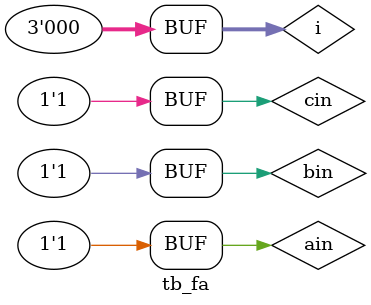
<source format=sv>
 module tb_fa;
   logic ain,bin,cin,S_out,c_out; 
   bit[2:0] i;
   
   
   fa U1(ain,bin,cin,S_out,c_out);
   initial begin
     
     for(i=0;i<8;i++)
       begin
         {ain,bin,cin}=i;
         #5;
       end 
   end

endmodule

</source>
